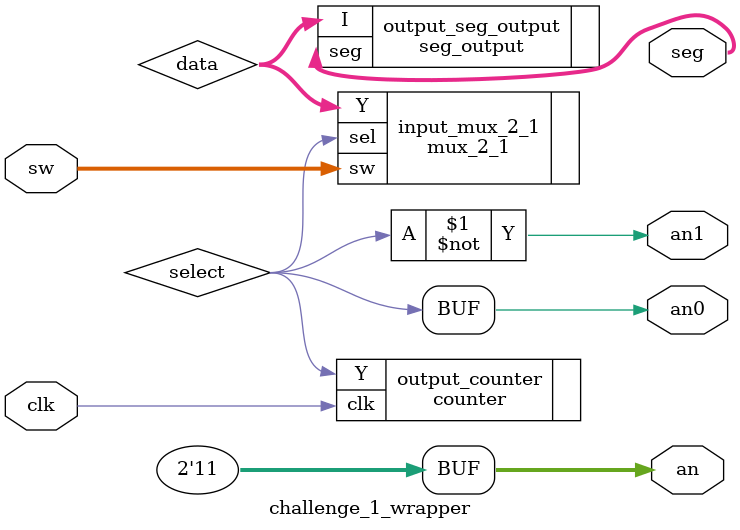
<source format=v>
`timescale 1ns / 1ps

module challenge_1_wrapper(

    input [7:0]sw,
    //input pb,
    output [3:2]an,
    output an0, an1,
    output [7:0]seg,
    input clk
    //output led

    );
    
    wire [3:0]data;
    wire select;
    //wire button;
    
    mux_2_1 input_mux_2_1(
        .sw(sw),
        .Y(data),
        .sel(select)
    );
    
    seg_output output_seg_output(
        .I(data),      
        .seg(seg)
    );
    
    counter output_counter(
        .clk(clk),
        .Y(select)
    );
    
    assign an0 = select;
    assign an1 = ~select;
    assign an[3] = 1;
    assign an[2] = 1;
    
endmodule

</source>
